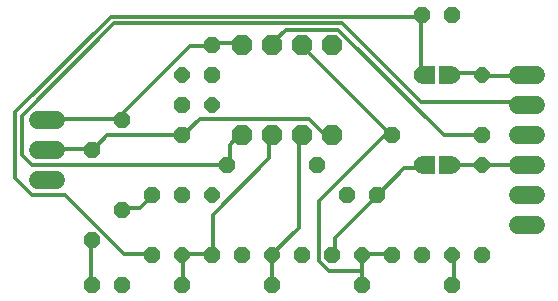
<source format=gtl>
G75*
%MOIN*%
%OFA0B0*%
%FSLAX24Y24*%
%IPPOS*%
%LPD*%
%AMOC8*
5,1,8,0,0,1.08239X$1,22.5*
%
%ADD10OC8,0.0520*%
%ADD11OC8,0.0680*%
%ADD12C,0.0600*%
%ADD13OC8,0.0515*%
%ADD14R,0.0460X0.0630*%
%ADD15C,0.0120*%
D10*
X003200Y000680D03*
X004200Y000680D03*
X005210Y001680D03*
X006200Y000680D03*
X007190Y001680D03*
X008210Y001680D03*
X009200Y000680D03*
X010190Y001680D03*
X011210Y001680D03*
X012200Y000680D03*
X013190Y001680D03*
X014210Y001680D03*
X015200Y000680D03*
X016190Y001680D03*
X012700Y003680D03*
X011700Y003680D03*
X010700Y004680D03*
X013200Y005680D03*
X014200Y004680D03*
X015200Y004680D03*
X016200Y005680D03*
X015200Y007680D03*
X014200Y007680D03*
X014200Y009680D03*
X015200Y009680D03*
X007200Y008680D03*
X007200Y007680D03*
X006200Y006680D03*
X006200Y005680D03*
X007700Y004680D03*
X006200Y003680D03*
X005200Y003680D03*
X004200Y003180D03*
X003200Y002180D03*
X003200Y005180D03*
X004200Y006180D03*
D11*
X008200Y005680D03*
X009200Y005680D03*
X010200Y005680D03*
X011200Y005680D03*
X011200Y008680D03*
X010200Y008680D03*
X009200Y008680D03*
X008200Y008680D03*
D12*
X002000Y006180D02*
X001400Y006180D01*
X001400Y005180D02*
X002000Y005180D01*
X002000Y004180D02*
X001400Y004180D01*
X017400Y003680D02*
X018000Y003680D01*
X018000Y002680D02*
X017400Y002680D01*
X017400Y004680D02*
X018000Y004680D01*
X018000Y005680D02*
X017400Y005680D01*
X017400Y006680D02*
X018000Y006680D01*
X018000Y007680D02*
X017400Y007680D01*
D13*
X016200Y007680D03*
X016200Y004680D03*
X015200Y001680D03*
X012200Y001680D03*
X009200Y001680D03*
X006200Y001680D03*
X007200Y003680D03*
X007200Y006680D03*
X006200Y007680D03*
D14*
X014400Y007680D03*
X015000Y007680D03*
X015000Y004680D03*
X014400Y004680D03*
D15*
X003200Y000680D02*
X003170Y000730D01*
X003170Y002160D01*
X003200Y002180D01*
X004270Y001720D02*
X002290Y003700D01*
X001190Y003700D01*
X000640Y004250D01*
X000640Y006450D01*
X003830Y009640D01*
X014170Y009640D01*
X014200Y009680D01*
X014170Y009640D02*
X014170Y007770D01*
X014200Y007680D01*
X014280Y007660D01*
X014390Y007660D01*
X014400Y007680D01*
X015000Y007680D02*
X015050Y007660D01*
X015160Y007660D01*
X015200Y007680D01*
X015270Y007770D01*
X016150Y007770D01*
X016200Y007680D01*
X016260Y007660D01*
X017690Y007660D01*
X017700Y007680D01*
X017690Y006780D02*
X017700Y006680D01*
X017690Y006780D02*
X014170Y006780D01*
X011530Y009420D01*
X003940Y009420D01*
X000860Y006340D01*
X000860Y005020D01*
X001190Y004690D01*
X007680Y004690D01*
X007700Y004680D01*
X007790Y004690D01*
X007790Y005350D01*
X008120Y005680D01*
X008200Y005680D01*
X009110Y005680D02*
X009200Y005680D01*
X009110Y005680D02*
X009110Y004910D01*
X007240Y003040D01*
X007240Y001720D01*
X007190Y001680D01*
X007130Y001720D01*
X006250Y001720D01*
X006200Y001680D01*
X006250Y001610D01*
X006250Y000730D01*
X006200Y000680D01*
X005210Y001680D02*
X005150Y001720D01*
X004270Y001720D01*
X004200Y003180D02*
X004270Y003260D01*
X004820Y003260D01*
X005150Y003590D01*
X005200Y003680D01*
X003280Y005240D02*
X003200Y005180D01*
X003170Y005240D01*
X001740Y005240D01*
X001700Y005180D01*
X003280Y005240D02*
X003720Y005680D01*
X006200Y005680D01*
X006250Y005680D01*
X006800Y006230D01*
X010430Y006230D01*
X010980Y005680D01*
X011200Y005680D01*
X010200Y005680D02*
X010100Y005680D01*
X010100Y002600D01*
X009220Y001720D01*
X009200Y001680D01*
X009220Y001610D01*
X009220Y000730D01*
X009200Y000680D01*
X010760Y001500D02*
X010760Y003480D01*
X013070Y005790D01*
X013200Y005680D01*
X013180Y005680D01*
X013070Y005790D01*
X010210Y008650D01*
X010200Y008680D01*
X009660Y009200D02*
X009220Y008760D01*
X009200Y008680D01*
X009660Y009200D02*
X011420Y009200D01*
X014940Y005680D01*
X016200Y005680D01*
X016150Y004690D02*
X015270Y004690D01*
X015200Y004680D01*
X015160Y004690D01*
X015050Y004690D01*
X015000Y004680D01*
X014400Y004680D02*
X014390Y004690D01*
X014280Y004690D01*
X014200Y004680D01*
X014170Y004580D01*
X013620Y004580D01*
X012740Y003700D01*
X012700Y003680D01*
X012630Y003590D01*
X011310Y002270D01*
X011310Y001720D01*
X011210Y001680D01*
X010760Y001500D02*
X011090Y001170D01*
X012190Y001170D01*
X012190Y000730D01*
X012200Y000680D01*
X012190Y001170D02*
X012190Y001610D01*
X012200Y001680D01*
X012300Y001720D01*
X013180Y001720D01*
X013190Y001680D01*
X015200Y001680D02*
X015270Y001610D01*
X015270Y000730D01*
X015200Y000680D01*
X016150Y004690D02*
X016200Y004680D01*
X016260Y004690D01*
X017690Y004690D01*
X017700Y004680D01*
X008200Y008680D02*
X008120Y008760D01*
X007240Y008760D01*
X007200Y008680D01*
X007130Y008650D01*
X006470Y008650D01*
X004050Y006230D01*
X004200Y006180D01*
X004160Y006230D01*
X004050Y006230D01*
X001740Y006230D01*
X001700Y006180D01*
M02*

</source>
